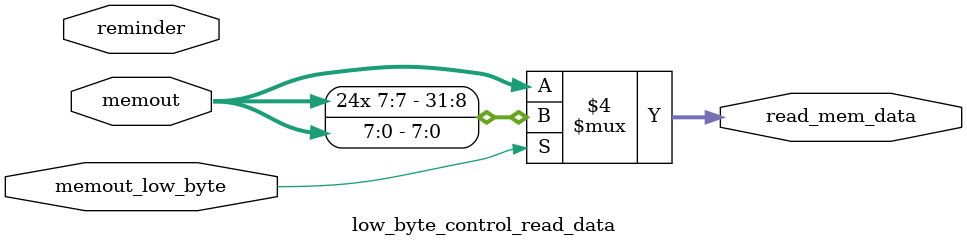
<source format=sv>
 `timescale 1ns/10ps
 
 module low_byte_control_read_data(
									memout,
									reminder,
									memout_low_byte,
									
									read_mem_data
									);
 parameter DATA_SIZE  =32;
 
 output logic [DATA_SIZE-1:0] read_mem_data;
 
 input        [DATA_SIZE-1:0] memout;
 input        [DATA_SIZE-1:0] reminder;
 input                        memout_low_byte;
 
 always_comb
 begin
	if(memout_low_byte==1'b0)
	begin
		read_mem_data=memout;
	end
	else
	begin
		read_mem_data=32'(signed'(memout[7:0]));
	/*
		case(reminder)
			32'd0:
			begin
				read_mem_data=32'(signed'(memout[7:0]));
			end
			32'd1:
			begin
				read_mem_data=32'(signed'(memout[15:8]));
			end
			32'd2:
			begin
				read_mem_data=32'(signed'(memout[23:16]));
			end
			32'd3:
			begin
				read_mem_data=32'(signed'(memout[31:24]));
			end
			default:
			begin
				read_mem_data=32'd0;
			end
		endcase
		*/
	end
 end
 
 endmodule
</source>
